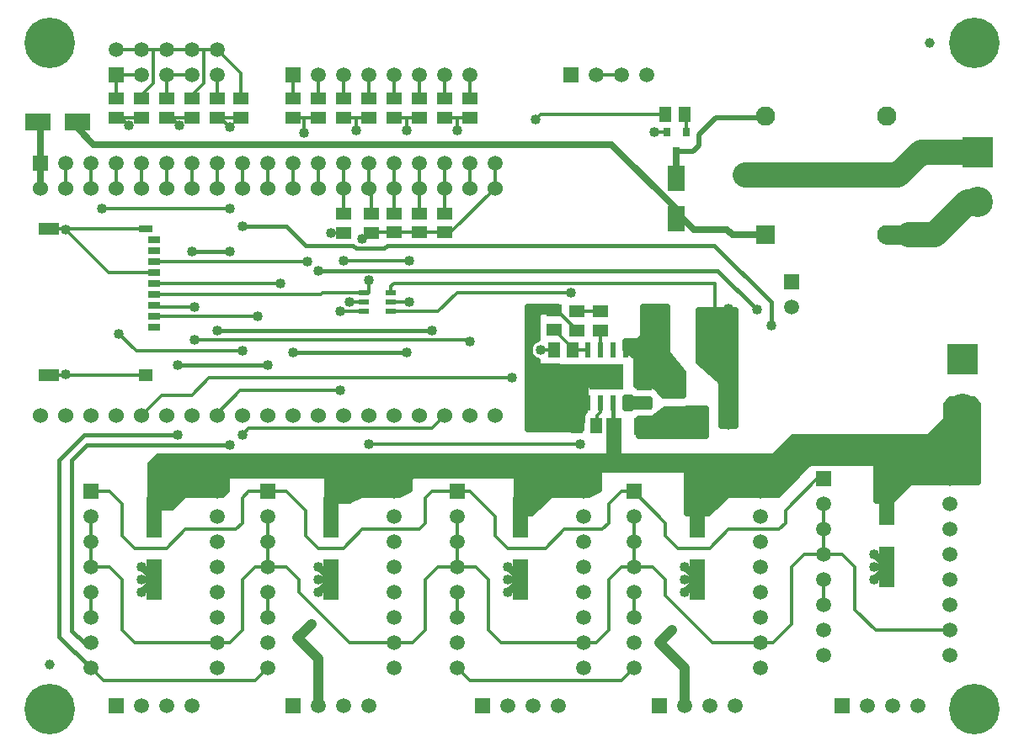
<source format=gbr>
G04 DipTrace 3.3.1.3*
G04 Top.gbr*
%MOIN*%
G04 #@! TF.FileFunction,Copper,L1,Top*
G04 #@! TF.Part,Single*
G04 #@! TA.AperFunction,Conductor*
%ADD13C,0.013*%
%ADD14C,0.016*%
%ADD15C,0.012008*%
%ADD16C,0.012*%
G04 #@! TA.AperFunction,CopperBalancing*
%ADD17C,0.025*%
G04 #@! TA.AperFunction,Conductor*
%ADD18C,0.015*%
%ADD19C,0.1*%
G04 #@! TA.AperFunction,ViaPad*
%ADD20C,0.04*%
G04 #@! TA.AperFunction,Conductor*
%ADD21C,0.014*%
%ADD22C,0.02*%
%ADD23C,0.025199*%
%ADD24C,0.076772*%
%ADD25C,0.0154*%
G04 #@! TA.AperFunction,ComponentPad*
%ADD26C,0.06*%
%ADD29R,0.062992X0.163386*%
%ADD30R,0.059055X0.051181*%
%ADD31R,0.062992X0.070866*%
%ADD33R,0.098425X0.066929*%
%ADD35R,0.066929X0.098425*%
%ADD37C,0.03937*%
G04 #@! TA.AperFunction,ComponentPad*
%ADD38R,0.059055X0.059055*%
%ADD39C,0.059055*%
%ADD40R,0.051181X0.027559*%
%ADD41R,0.07874X0.047244*%
%ADD42R,0.055118X0.047244*%
%ADD43R,0.055118X0.031496*%
G04 #@! TA.AperFunction,ComponentPad*
%ADD44C,0.076772*%
%ADD45R,0.076772X0.076772*%
%ADD46R,0.09252X0.137795*%
G04 #@! TA.AperFunction,ComponentPad*
%ADD47C,0.2*%
%ADD48R,0.031496X0.035433*%
%ADD49R,0.051181X0.059055*%
G04 #@! TA.AperFunction,ComponentPad*
%ADD50R,0.12X0.12*%
%ADD51C,0.12*%
%ADD52R,0.059X0.059*%
%ADD53C,0.059*%
%ADD55R,0.024016X0.062992*%
%ADD56R,0.138189X0.10315*%
%ADD58R,0.043307X0.023622*%
G04 #@! TA.AperFunction,ViaPad*
%ADD60C,0.03*%
%FSLAX26Y26*%
G04*
G70*
G90*
G75*
G01*
G04 Top*
%LPD*%
X693700Y1293700D2*
D13*
Y1193700D1*
Y1093700D1*
X768700D1*
X818700Y1043700D1*
Y843700D1*
X868700Y793700D1*
X1193700D1*
X1243700D1*
X1293700Y843700D1*
Y1043700D1*
X1343700Y1093700D1*
X1393700D1*
Y1193700D1*
Y1293700D1*
Y1093700D2*
X1468700D1*
X1518700Y1043700D1*
Y993700D1*
X1718700Y793700D1*
X1893700D1*
X1968700D1*
X2018700Y843700D1*
Y1043700D1*
X2068700Y1093700D1*
X2143700D1*
Y1193700D1*
Y1293700D1*
Y1093700D2*
X2218700D1*
X2268700Y1043700D1*
Y843700D1*
X2318700Y793700D1*
X2643700D1*
X2693700D1*
X2743700Y843700D1*
Y1043700D1*
X2793700Y1093700D1*
X2843700D1*
Y1193700D1*
Y1293700D1*
Y1093700D2*
X2918700D1*
X2968700Y1043700D1*
Y981200D1*
X3156200Y793700D1*
X3343700D1*
X3393700D1*
X3468700Y868700D1*
Y1093700D1*
X3518700Y1143700D1*
X3593700D1*
Y1243700D1*
Y1343700D1*
Y1143700D2*
X3668700D1*
X3718700Y1093700D1*
Y924949D1*
X3799949Y843700D1*
X4093700D1*
X2293700Y2593700D2*
Y2693700D1*
X1893700Y2418897D2*
X1993700D1*
X2093700D1*
X2118897D1*
X2293700Y2593700D1*
X943676Y2173371D2*
D15*
X1604621D1*
X1612451Y2181200D1*
X1774951D1*
X1793700D1*
Y2231200D1*
X1768700Y2393700D2*
X1781200D1*
Y2406200D1*
X1793897Y2418897D1*
X1893700D1*
X2528409Y2109254D2*
D16*
X2541409D1*
X2619409Y2031254D1*
X3843700Y1093700D2*
D17*
X3793700Y1143700D1*
X3843700Y1093700D2*
X3793700D1*
X3843700D2*
X3793700Y1043700D1*
X3093700D2*
X3043700Y1093700D1*
X3093700Y1043700D2*
X3043700D1*
X3093700D2*
X3043700Y993700D1*
X2393700Y1043700D2*
X2343700Y1093700D1*
X2393700Y1043700D2*
X2343700D1*
X2393700D2*
X2343700Y993700D1*
X1643700Y1043700D2*
X1593700Y1093700D1*
X1643700Y1043700D2*
X1593700D1*
X1643700D2*
X1593700Y993700D1*
X943700Y1043700D2*
X893700Y1093700D1*
X943700Y1043700D2*
X893700D1*
X943700D2*
X893700Y993700D1*
X993700Y2593700D2*
D13*
Y2693700D1*
X528322Y2433213D2*
D15*
X591687D1*
X593700Y2431200D1*
X1693700Y2418700D2*
X1643700D1*
X1774951Y2143798D2*
X1718798D1*
X1718700Y2143700D1*
X910212Y2433213D2*
D16*
X595713D1*
X593700Y2431200D1*
X943676Y2259985D2*
X764915D1*
X593700Y2431200D1*
X2975146Y2818700D2*
X2924949D1*
X528322Y1855260D2*
D15*
X592760D1*
X593700Y1856200D1*
X910212Y1855260D2*
D16*
X594640D1*
X593700Y1856200D1*
X793700Y3143700D2*
X893700D1*
X941259D1*
X993700D1*
X1093700D1*
X1141910D1*
X1193700D1*
X893700Y2949754D2*
Y2962450D1*
X941259Y3010009D1*
Y3143700D1*
X1093700Y2949754D2*
Y2962450D1*
X1141910Y3010660D1*
Y3143700D1*
X1287451Y2949754D2*
Y3049949D1*
X1193700Y3143700D1*
X1593700Y2949754D2*
Y3043700D1*
X1793700Y2949754D2*
Y3043700D1*
X1993700Y2949754D2*
Y3043700D1*
X2193700Y2949754D2*
Y3043700D1*
X693700Y793700D2*
D18*
X666928D1*
X618700Y841928D1*
Y1518700D1*
X678739Y1578739D1*
X1243700D1*
Y2343700D2*
X1093700D1*
Y2693700D2*
D16*
Y2593700D1*
X1393700Y693700D2*
D13*
X1343700Y643700D1*
X743700D1*
X693700Y693700D1*
X1393700Y2593700D2*
Y2693700D1*
Y1893700D2*
D18*
X1039369D1*
Y1618109D2*
X668109D1*
X568700Y1518700D1*
Y818700D1*
X693700Y693700D1*
Y893700D2*
D13*
Y993700D1*
X3284645Y2645570D2*
D19*
X3889321D1*
X3981201Y2737451D1*
X4206200D1*
X2631200Y1581200D2*
D16*
X1793700D1*
X2143700Y693700D2*
D13*
X2193700Y643700D1*
X2793700D1*
X2843700Y693700D1*
X1493700Y2593700D2*
Y2693700D1*
X1943700Y1943700D2*
D18*
X1493700D1*
X2843700Y893700D2*
D13*
Y993700D1*
X3043700Y543700D2*
D20*
Y693700D1*
X2943700Y793700D1*
X2973436Y823436D1*
X2993700Y843700D1*
X2973436Y823436D2*
D15*
X2968700Y818700D1*
X1593700Y543700D2*
D20*
Y731200D1*
X1512450Y812450D1*
X1538591Y838591D1*
X1568700Y868700D1*
X1538591Y838591D2*
D15*
X1543700Y843700D1*
X1881250Y2106397D2*
D16*
X2068897D1*
X2143700Y2181200D1*
X2593700D1*
X1293700Y2593700D2*
D13*
Y2693700D1*
X3387449Y2049949D2*
D14*
Y2143700D1*
X3162449Y2368700D1*
X1868700D1*
X1856200Y2356200D1*
X1743700D1*
X1731200Y2368700D1*
X1543700D1*
X1468700Y2443700D1*
X1293700D1*
X2093700Y2493700D2*
D13*
Y2593700D1*
Y2693700D1*
Y2874951D2*
D16*
X2143700D1*
X2193700D1*
X2143700Y2824950D2*
Y2874951D1*
X1993700Y2493700D2*
D13*
Y2593700D1*
Y2693700D1*
X1893700Y2874951D2*
D16*
X1943700D1*
X1993700D1*
X1943700Y2824950D2*
Y2874951D1*
X993700Y3043700D2*
D21*
X1093700D1*
X993700Y2949754D2*
D16*
Y3043700D1*
X1593700Y2593700D2*
D13*
Y2693700D1*
X3331200Y2112449D2*
D14*
X3174949Y2268700D1*
X1593700D1*
X1693700Y2593700D2*
D13*
Y2693700D1*
Y2493503D2*
D15*
Y2593700D1*
Y2306200D2*
X1956200D1*
Y2143798D2*
X1881250D1*
X3012451Y2632430D2*
D17*
Y2739863D1*
X3012548Y2739960D1*
D22*
X3077460D1*
X3099949Y2762449D1*
Y2806200D1*
X3168700Y2874951D1*
X3356545D1*
X3363385Y2881791D1*
X1893700Y2493700D2*
D13*
Y2593700D1*
Y2693700D1*
X1693700Y2874951D2*
D16*
X1743700D1*
X1793700D1*
X1743700Y2824950D2*
Y2874951D1*
X893700Y1693700D2*
X974949Y1774949D1*
X1093700D1*
X1162451Y1843700D1*
X2362451D1*
X2456200Y2868701D2*
X2474949Y2887451D1*
X2968700D1*
X2193700Y1987451D2*
D15*
X2188092Y1993058D1*
X1104927D1*
Y2124949D2*
X948791D1*
X943676Y2130064D1*
Y2086756D2*
X1356200D1*
X1193700Y2874951D2*
D16*
X1287451D1*
X737450Y2512450D2*
X1243700D1*
Y2837450D2*
X1206199Y2874951D1*
X1193700D1*
X943676Y2303292D2*
D15*
X1549949D1*
X793700Y2874951D2*
D16*
X893700D1*
X793700D2*
X812449D1*
X843700Y2843700D1*
X806200Y2018700D2*
X874951Y1949949D1*
X1293700D1*
X1774951Y2106397D2*
D15*
X1681200D1*
Y1793700D2*
X1285691D1*
X1193700Y1701709D1*
Y1693700D1*
X493700Y2593700D2*
D17*
Y2693700D1*
Y2857814D1*
X484898D1*
X2043700Y2031200D2*
D18*
X1193700D1*
Y2693700D2*
D16*
Y2593700D1*
X1393700Y893700D2*
D13*
Y993700D1*
X2193700Y2593700D2*
Y2693700D1*
X2143700Y893700D2*
Y993700D1*
X2476409Y1953254D2*
D16*
X2528409D1*
X1881250Y2181200D2*
Y2206250D1*
X1893700Y2218700D1*
X3163344D1*
Y2055115D1*
X642378Y2857814D2*
D17*
Y2832522D1*
X706200Y2768700D1*
X2756201D1*
X3012451Y2512451D1*
Y2474949D1*
X3363385Y2409350D2*
D23*
X3234301D1*
X3212451Y2431200D1*
X3081200D1*
X3037451Y2474949D1*
X3012451D1*
X1193700Y2949754D2*
D16*
Y3043700D1*
X1793700Y2593700D2*
D13*
Y2693700D1*
X1806200Y2493503D2*
D16*
Y2593700D1*
X1793700D1*
X1493700Y2874951D2*
X1543397D1*
X1593700D1*
X1537450Y2812450D2*
Y2869003D1*
X1543397Y2874951D1*
X1693700Y2949754D2*
Y3043700D1*
X3049949Y2818700D2*
D15*
Y2881004D1*
X3043503Y2887451D1*
X1893700Y2949754D2*
D16*
Y3043700D1*
X2693700D2*
X2793700D1*
X993700Y2874951D2*
X1093700D1*
X993700D2*
X1012449D1*
X1043700Y2843700D1*
X1293700Y1618700D2*
X1318700Y1643700D1*
X2043700D1*
X2093700Y1693700D1*
X793700Y3043700D2*
D21*
X893700D1*
X793700Y2949754D2*
D16*
Y3043700D1*
X3593700Y943700D2*
D13*
Y1043700D1*
X943676Y2216678D2*
D15*
X1443700D1*
X793700Y2593700D2*
D13*
Y2693700D1*
X693700Y2593700D2*
Y2693700D1*
X593700Y2593700D2*
Y2693700D1*
X2710409Y2031254D2*
D16*
Y1955497D1*
X2710039Y1955127D1*
X2619409Y2106057D2*
X2710409D1*
X1493700Y2949754D2*
Y3043700D1*
X3843700Y2409350D2*
D24*
X3932086D1*
D19*
X4034350D1*
X4165600Y2540600D1*
X4206200D1*
X2093700Y2949754D2*
D16*
Y3043700D1*
X2710039Y1742528D2*
Y1705884D1*
X2697409Y1693254D1*
Y1657451D1*
X2694212Y1654254D1*
X2660039Y1955127D2*
X2605085D1*
X2603212Y1953254D1*
Y1959648D1*
X2528409Y2034451D1*
X3593700Y1443700D2*
X3568700D1*
X3443700Y1318700D1*
Y1268700D1*
X3418700Y1243700D1*
X3218700D1*
X3143700Y1168700D1*
X3018700D1*
X2968700Y1218700D1*
Y1268700D1*
X2843700Y1393700D1*
X2793700D1*
X2743700Y1343700D1*
Y1268700D1*
X2718700Y1243700D1*
X2568700D1*
X2493700Y1168700D1*
X2343700D1*
X2293700Y1218700D1*
Y1293700D1*
X2193700Y1393700D1*
X2143700D1*
X2043700D1*
X2018700Y1368700D1*
Y1268700D1*
X1993700Y1243700D1*
X1768700D1*
X1693700Y1168700D1*
X1593700D1*
X1543700Y1218700D1*
Y1318700D1*
X1468700Y1393700D1*
X1393700D1*
X1318700D1*
X1293700Y1368700D1*
Y1268700D1*
X1268700Y1243700D1*
X1068700D1*
X993700Y1168700D1*
X868700D1*
X818700Y1218700D1*
Y1343700D1*
X768700Y1393700D1*
X693700D1*
X893700Y2593700D2*
D13*
Y2693700D1*
X2760039Y1742528D2*
D25*
Y1655625D1*
X2765214Y1650449D1*
D26*
Y1511810D1*
X3093700D1*
Y1291731D1*
D20*
X1793700Y2231200D3*
X1768700Y2393700D3*
X1243700Y1578739D3*
Y2343700D3*
X1093700D3*
X1393700Y1893700D3*
X1039369D3*
Y1618109D3*
X2631200Y1581200D3*
X1793700D3*
X1943700Y1943700D3*
X1493700D3*
X2943700Y793700D3*
X1512450Y812450D3*
X2593700Y2181200D3*
X3387449Y2049949D3*
X1293700Y2443700D3*
X2143700Y2824950D3*
X1943700D3*
X3331200Y2112449D3*
X1593700Y2268700D3*
X1693700Y2306200D3*
X1956200D3*
Y2143798D3*
X1743700Y2824950D3*
X2362451Y1843700D3*
X2456200Y2868701D3*
X2193700Y1987451D3*
X1104927Y1993058D3*
Y2124949D3*
X1356200Y2086756D3*
X737450Y2512450D3*
X1243700D3*
Y2837450D3*
X1549949Y2303292D3*
X843700Y2843700D3*
X806200Y2018700D3*
X1293700Y1949949D3*
X1681200Y2106397D3*
Y1793700D3*
X2043700Y2031200D3*
X1193700D3*
X1537450Y2812450D3*
X1043700Y2843700D3*
X1293700Y1618700D3*
X1443700Y2216678D3*
X1568700Y868700D3*
X2993700Y843700D3*
D60*
X2775409Y1875254D3*
Y1849254D3*
Y1823254D3*
X2736409Y1875254D3*
Y1849254D3*
Y1823254D3*
X2697409Y1875254D3*
Y1849254D3*
Y1823254D3*
X3126700Y1627700D3*
X3087700D3*
D20*
X2476409Y1953254D3*
X3218700Y2068700D3*
Y1656200D3*
X1593700Y1093700D3*
Y1043700D3*
Y993700D3*
X893700Y1093700D3*
Y1043700D3*
Y993700D3*
X2343700Y1093700D3*
Y1043700D3*
Y993700D3*
X3043700Y1093700D3*
Y1043700D3*
Y993700D3*
X3793700Y1143700D3*
Y1093700D3*
Y1043700D3*
X3218700Y2118700D3*
X593700Y2431200D3*
Y1856200D3*
X2924949Y2818700D3*
X1643700Y2418700D3*
X1718700Y2143700D3*
X1543700Y843700D3*
X2968700Y818700D3*
X3102666Y2084331D2*
D17*
X3241705D1*
X3102629Y2059462D2*
X3241705D1*
X3102594Y2034594D2*
X3241705D1*
X3102558Y2009725D2*
X3241705D1*
X3102522Y1984856D2*
X3241705D1*
X3102522Y1959987D2*
X3241705D1*
X3102486Y1935119D2*
X3241705D1*
X3102451Y1910250D2*
X3241705D1*
X3126923Y1885381D2*
X3241705D1*
X3156098Y1860512D2*
X3241705D1*
X3185271Y1835644D2*
X3241705D1*
X3193704Y1810775D2*
X3241705D1*
X3193704Y1785906D2*
X3241705D1*
X3193704Y1761037D2*
X3241705D1*
X3193704Y1736169D2*
X3241705D1*
X3193704Y1711300D2*
X3241705D1*
X3193704Y1686431D2*
X3241705D1*
X3193704Y1661562D2*
X3241705D1*
X3244176Y2109200D2*
X3100209D1*
X3099939Y1906200D1*
X3188196Y1830829D1*
X3189831Y1828388D1*
X3190851Y1825632D1*
X3191200Y1822710D1*
Y1653218D1*
X3244188Y1653200D1*
X3244200Y2109169D1*
X2883699Y2100071D2*
X2972428D1*
X2883699Y2075203D2*
X2972428D1*
X2883699Y2050334D2*
X2972428D1*
X2883699Y2025465D2*
X2972428D1*
X2877024Y2000596D2*
X2972428D1*
X2814981Y1975728D2*
X2972428D1*
X2822696Y1950859D2*
X2972428D1*
X2857539Y1925990D2*
X2983444D1*
X2858724Y1901121D2*
X3004150D1*
X2858724Y1876252D2*
X3024890D1*
X2858724Y1851384D2*
X3034939D1*
X2858724Y1826515D2*
X3034939D1*
X2937201Y1801646D2*
X3034939D1*
X2962070Y1776777D2*
X3034939D1*
X2974943Y1943746D2*
Y2124961D1*
X2881190Y2124940D1*
X2881052Y2010498D1*
X2880254Y2007670D1*
X2878818Y2005106D1*
X2872545Y1998615D1*
X2863554Y1989842D1*
X2860990Y1988406D1*
X2858162Y1987608D1*
X2847020Y1987455D1*
X2812464D1*
X2812462Y1956427D1*
X2852476Y1927623D1*
X2854313Y1925330D1*
X2855565Y1922671D1*
X2856161Y1919794D1*
X2856208Y1812460D1*
X2920655Y1812322D1*
X2923483Y1811524D1*
X2926048Y1810088D1*
X2934035Y1802318D1*
X2961369Y1774983D1*
X3037402Y1774980D1*
X3037436Y1864199D1*
X2976707Y1937309D1*
X2975508Y1939993D1*
X2974970Y1942885D1*
X2944936Y1694331D2*
X3124704D1*
X2868718Y1669462D2*
X3124704D1*
X2868718Y1644594D2*
X3124704D1*
X2868718Y1619725D2*
X3124704D1*
X2942436Y1697623D2*
Y1689360D1*
X2932784D1*
X2925401Y1683184D1*
X2922751Y1681911D1*
X2919880Y1681292D1*
X2866192Y1680398D1*
X2866200Y1614221D1*
X3127174Y1614200D1*
X3127200Y1719149D1*
X2967095Y1718745D1*
X2942436Y1697619D1*
X2426427Y2097885D2*
X2460720D1*
X2426427Y2073016D2*
X2460002D1*
X2426427Y2048148D2*
X2460002D1*
X2426427Y2023279D2*
X2460002D1*
X2426427Y1998410D2*
X2460002D1*
X2426427Y1923804D2*
X2437953D1*
X2426427Y1898935D2*
X2460039D1*
X2426427Y1874066D2*
X2784969D1*
X2426427Y1849197D2*
X2784969D1*
X2426427Y1824329D2*
X2784969D1*
X2426427Y1799460D2*
X2647461D1*
X2426427Y1774591D2*
X2647461D1*
X2426427Y1749722D2*
X2647461D1*
X2426427Y1724854D2*
X2647461D1*
X2426427Y1699985D2*
X2639638D1*
X2426427Y1675116D2*
X2633969D1*
X2426427Y1650247D2*
X2632066D1*
X2642121Y1699742D2*
Y1710281D1*
X2647397D1*
X2649977Y1721671D1*
X2650130Y1808180D1*
X2650928Y1811008D1*
X2652364Y1813573D1*
X2654359Y1815730D1*
X2656802Y1817363D1*
X2659558Y1818380D1*
X2662477Y1818725D1*
X2787461D1*
X2787462Y1881474D1*
X2473041Y1887619D1*
X2470213Y1888417D1*
X2467649Y1889852D1*
X2465491Y1891847D1*
X2463859Y1894291D1*
X2462842Y1897046D1*
X2462497Y1899965D1*
Y1908901D1*
X2455298Y1911822D1*
X2449077Y1915634D1*
X2443528Y1920373D1*
X2438789Y1925922D1*
X2434977Y1932144D1*
X2432184Y1938885D1*
X2430481Y1945980D1*
X2429909Y1953254D1*
X2430481Y1960528D1*
X2432184Y1967623D1*
X2434977Y1974364D1*
X2438789Y1980586D1*
X2443528Y1986134D1*
X2449077Y1990873D1*
X2455298Y1994686D1*
X2462493Y1997606D1*
X2462650Y2095650D1*
X2463448Y2098478D1*
X2464884Y2101043D1*
X2466878Y2103200D1*
X2469322Y2104833D1*
X2472078Y2105850D1*
X2474997Y2106195D1*
X2543141D1*
X2542448Y2122721D1*
X2423898Y2122754D1*
X2423909Y1640734D1*
X2633855Y1640754D1*
X2637801Y1690313D1*
X2638797Y1693078D1*
X2642120Y1699721D1*
X2814981Y1737609D2*
X2903710D1*
X2832255Y1762478D2*
X2812447D1*
X2812462Y1724991D1*
X2832369Y1725073D1*
X2836360Y1728847D1*
X2838924Y1730283D1*
X2841752Y1731081D1*
X2851207Y1731234D1*
X2906193D1*
X2906200Y1756233D1*
X2841752Y1756382D1*
X2838924Y1757180D1*
X2836360Y1758616D1*
X2832276Y1762482D1*
X4083704Y1731331D2*
X4203688D1*
X4083704Y1706462D2*
X4203688D1*
X4083704Y1681594D2*
X4203688D1*
X4064578Y1656725D2*
X4203688D1*
X4039961Y1631856D2*
X4203688D1*
X3992127Y1606987D2*
X4203688D1*
X3452285Y1582119D2*
X4203688D1*
X3427418Y1557250D2*
X4203688D1*
X3402550Y1532381D2*
X4203688D1*
X940178Y1507512D2*
X4203688D1*
X933718Y1482644D2*
X3512451D1*
X3808687D2*
X4203688D1*
X933718Y1457775D2*
X2703693D1*
X3058708D2*
X3487583D1*
X3808687D2*
X4203688D1*
X933718Y1432906D2*
X1228709D1*
X1633710D2*
X1953714D1*
X2383691D2*
X2703693D1*
X3058708D2*
X3462716D1*
X3808687D2*
X4203688D1*
X933718Y1408037D2*
X1228709D1*
X1633710D2*
X1953714D1*
X2383691D2*
X2703693D1*
X3058708D2*
X3437848D1*
X3808687D2*
X3912847D1*
X933718Y1383169D2*
X1212993D1*
X1633710D2*
X1917184D1*
X2383691D2*
X2667199D1*
X3058708D2*
X3412980D1*
X3808687D2*
X3887980D1*
X933718Y1358300D2*
X1038129D1*
X1633710D2*
X1717452D1*
X2383691D2*
X2488137D1*
X3058708D2*
X3188130D1*
X3808687D2*
X3863111D1*
X933718Y1333431D2*
X1013262D1*
X2383691D2*
X2463270D1*
X3058708D2*
X3163262D1*
X2383691Y1308562D2*
X2438402D1*
X3058708D2*
X3138394D1*
X4206200Y1718735D2*
Y1738497D1*
X4188544Y1756179D1*
X4098881Y1756200D1*
X4081221Y1738544D1*
X4081056Y1679308D1*
X4080273Y1676476D1*
X4078851Y1673905D1*
X4071121Y1665877D1*
X4015008Y1609413D1*
X4012447Y1607973D1*
X4009620Y1607171D1*
X3998478Y1607001D1*
X3473873Y1606208D1*
X3401048Y1533587D1*
X3398483Y1532151D1*
X3395655Y1531354D1*
X3384514Y1531200D1*
X961381D1*
X931207Y1501029D1*
X931200Y1331193D1*
X1013519Y1331200D1*
X1061352Y1378813D1*
X1063917Y1380249D1*
X1066745Y1381046D1*
X1077886Y1381200D1*
X1213497D1*
X1231179Y1398856D1*
X1231354Y1445655D1*
X1232151Y1448483D1*
X1233587Y1451048D1*
X1235582Y1453205D1*
X1238025Y1454838D1*
X1240781Y1455855D1*
X1243700Y1456200D1*
X1620655Y1456046D1*
X1623483Y1455249D1*
X1626048Y1453813D1*
X1628205Y1451818D1*
X1629838Y1449375D1*
X1630855Y1446619D1*
X1631200Y1443700D1*
Y1356179D1*
X1715745Y1356200D1*
X1764838Y1380588D1*
X1767720Y1381162D1*
X1915741Y1381200D1*
X1956214Y1401432D1*
X1956354Y1445655D1*
X1957151Y1448483D1*
X1958587Y1451048D1*
X1960582Y1453205D1*
X1963025Y1454838D1*
X1965781Y1455855D1*
X1968700Y1456200D1*
X2370655Y1456046D1*
X2373483Y1455249D1*
X2376048Y1453813D1*
X2378205Y1451818D1*
X2379838Y1449375D1*
X2380855Y1446619D1*
X2381200Y1443700D1*
Y1306228D1*
X2438495Y1306200D1*
X2511352Y1378813D1*
X2513917Y1380249D1*
X2516745Y1381046D1*
X2527886Y1381200D1*
X2665741D1*
X2706214Y1401432D1*
X2706354Y1470655D1*
X2707151Y1473483D1*
X2708587Y1476048D1*
X2710582Y1478205D1*
X2713025Y1479838D1*
X2715781Y1480855D1*
X2718700Y1481200D1*
X3045655Y1481046D1*
X3048483Y1480249D1*
X3051048Y1478813D1*
X3053205Y1476818D1*
X3054838Y1474375D1*
X3055855Y1471619D1*
X3056200Y1468700D1*
Y1306180D1*
X3138519Y1306200D1*
X3211352Y1378813D1*
X3213917Y1380249D1*
X3216745Y1381046D1*
X3227886Y1381200D1*
X3413523D1*
X3536352Y1503813D1*
X3538917Y1505249D1*
X3541745Y1506046D1*
X3552886Y1506200D1*
X3795655Y1506046D1*
X3798483Y1505249D1*
X3801048Y1503813D1*
X3803205Y1501818D1*
X3804838Y1499375D1*
X3805855Y1496619D1*
X3806200Y1493700D1*
Y1356228D1*
X3863495Y1356200D1*
X3936352Y1428813D1*
X3938917Y1430249D1*
X3941745Y1431046D1*
X3952886Y1431200D1*
X4206193D1*
X4206200Y1718704D1*
D29*
X943700Y1043700D3*
Y1291731D3*
X1643700Y1043700D3*
Y1291731D3*
X2393700Y1043700D3*
Y1291731D3*
D30*
X2886409Y1816254D3*
Y1741451D3*
D29*
X3093700Y1043700D3*
Y1291731D3*
D31*
X2875451Y1650449D3*
X2765214D3*
X3106200Y1693700D3*
X3216436D3*
D30*
X2710409Y2031254D3*
Y2106057D3*
D29*
X3843700Y1093700D3*
Y1341731D3*
D33*
X484898Y2857814D3*
X642378D3*
D35*
X3012451Y2474949D3*
Y2632430D3*
X3003409Y1830218D3*
Y1672738D3*
D37*
X531495Y708661D3*
X4015747Y3169291D3*
D38*
X1493700Y3043700D3*
D39*
X1593700D3*
X1693700D3*
X1793700D3*
X1893700D3*
X1993700D3*
X2093700D3*
X2193700D3*
D38*
X793700Y543700D3*
D39*
X893700D3*
X993700D3*
X1093700D3*
D38*
X793700Y3043700D3*
D39*
Y3143700D3*
X893700Y3043700D3*
Y3143700D3*
X993700Y3043700D3*
Y3143700D3*
X1093700Y3043700D3*
Y3143700D3*
X1193700Y3043700D3*
Y3143700D3*
D38*
X1493700Y543700D3*
D39*
X1593700D3*
X1693700D3*
X1793700D3*
D38*
X493700Y2693700D3*
D39*
X593700D3*
X693700D3*
X793700D3*
X893700D3*
X993700D3*
X1093700D3*
X1193700D3*
X1293700D3*
X1393700D3*
X1493700D3*
X1593700D3*
X1693700D3*
X1793700D3*
X1893700D3*
X1993700D3*
X2093700D3*
X2193700D3*
X2293700D3*
D38*
X2243700Y543700D3*
D39*
X2343700D3*
X2443700D3*
X2543700D3*
D38*
X2943700D3*
D39*
X3043700D3*
X3143700D3*
X3243700D3*
D38*
X3468700Y2224951D3*
D39*
Y2124951D3*
D38*
X3668700Y543700D3*
D39*
X3768700D3*
X3868700D3*
X3968700D3*
D40*
X943676Y2043449D3*
Y2086756D3*
Y2130064D3*
Y2173371D3*
Y2216678D3*
Y2259985D3*
Y2303292D3*
Y2346599D3*
Y2389906D3*
D41*
X528322Y1855260D3*
D42*
X910212D3*
D43*
Y2433213D3*
D41*
X528322D3*
D38*
X2593700Y3043700D3*
D39*
X2693700D3*
X2793700D3*
X2893700D3*
D44*
X3284645Y2645570D3*
D45*
X3363385Y2409350D3*
D44*
Y2881791D3*
X3843700Y2409350D3*
Y2881791D3*
D46*
X2925155Y2055115D3*
X3163344D3*
D47*
X531495Y531495D3*
X4192913D3*
X531495Y3169291D3*
X4192913D3*
D48*
X3049949Y2818700D3*
X2975146D3*
X3012548Y2739960D3*
D30*
X1893700Y2493700D3*
Y2418897D3*
X1993700Y2493700D3*
Y2418897D3*
X2093700Y2493700D3*
Y2418897D3*
X1806200Y2493503D3*
Y2418700D3*
D49*
X2968700Y2887451D3*
X3043503D3*
X2528409Y1953254D3*
X2603212D3*
D30*
X2528409Y2109254D3*
Y2034451D3*
D49*
X2619409Y1654254D3*
X2694212D3*
D30*
X2619409Y2031254D3*
Y2106057D3*
X1693700Y2418700D3*
Y2493503D3*
D50*
X4206200Y2737451D3*
D51*
Y2540600D3*
D50*
X4143700Y1918700D3*
D51*
Y1721850D3*
D26*
X493700Y2593700D3*
X593700D3*
X693700D3*
X793700D3*
X893700D3*
X993700D3*
X1093700D3*
X1193700D3*
X1293700D3*
X1393700D3*
X1493700D3*
X1593700D3*
X1693700D3*
X1793700D3*
X1893700D3*
X1993700D3*
X2093700D3*
X2193700D3*
X2293700D3*
X493700Y1693700D3*
X593700D3*
X693700D3*
X793700D3*
X893700D3*
X993700D3*
X1093700D3*
X1193700D3*
X1293700D3*
X1393700D3*
X1493700D3*
X1593700D3*
X1693700D3*
X1793700D3*
X1893700D3*
X1993700D3*
X2093700D3*
X2193700D3*
X2293700D3*
D52*
X693700Y1393700D3*
D53*
Y1293700D3*
Y1193700D3*
Y1093700D3*
Y993700D3*
Y893700D3*
Y793700D3*
Y693700D3*
X1193700D3*
Y793700D3*
Y893700D3*
Y993700D3*
Y1093700D3*
Y1193700D3*
Y1293700D3*
Y1393700D3*
D52*
X1393700D3*
D53*
Y1293700D3*
Y1193700D3*
Y1093700D3*
Y993700D3*
Y893700D3*
Y793700D3*
Y693700D3*
X1893700D3*
Y793700D3*
Y893700D3*
Y993700D3*
Y1093700D3*
Y1193700D3*
Y1293700D3*
Y1393700D3*
D52*
X2143700D3*
D53*
Y1293700D3*
Y1193700D3*
Y1093700D3*
Y993700D3*
Y893700D3*
Y793700D3*
Y693700D3*
X2643700D3*
Y793700D3*
Y893700D3*
Y993700D3*
Y1093700D3*
Y1193700D3*
Y1293700D3*
Y1393700D3*
D52*
X2843700D3*
D53*
Y1293700D3*
Y1193700D3*
Y1093700D3*
Y993700D3*
Y893700D3*
Y793700D3*
Y693700D3*
X3343700D3*
Y793700D3*
Y893700D3*
Y993700D3*
Y1093700D3*
Y1193700D3*
Y1293700D3*
Y1393700D3*
D55*
X2810039Y1955127D3*
X2760039D3*
X2710039D3*
X2660039D3*
Y1742528D3*
X2710039D3*
X2760039D3*
X2810039D3*
D56*
X2735039Y1848827D3*
D52*
X3593700Y1443700D3*
D53*
Y1343700D3*
Y1243700D3*
Y1143700D3*
Y1043700D3*
Y943700D3*
Y843700D3*
Y743700D3*
X4093700D3*
Y843700D3*
Y943700D3*
Y1043700D3*
Y1143700D3*
Y1243700D3*
Y1343700D3*
Y1443700D3*
D58*
X1774951Y2181200D3*
Y2143798D3*
Y2106397D3*
X1881250D3*
Y2143798D3*
Y2181200D3*
D30*
X893700Y2874951D3*
Y2949754D3*
X1093700Y2874951D3*
Y2949754D3*
X1287451Y2874951D3*
Y2949754D3*
X1493700D3*
Y2874951D3*
X1693700Y2949754D3*
Y2874951D3*
X793700Y2949754D3*
Y2874951D3*
X993700Y2949754D3*
Y2874951D3*
X1193700Y2949754D3*
Y2874951D3*
X1893700Y2949754D3*
Y2874951D3*
X2093700Y2949754D3*
Y2874951D3*
X1593700D3*
Y2949754D3*
X1793700Y2874951D3*
Y2949754D3*
X1993700Y2874951D3*
Y2949754D3*
X2193700Y2874951D3*
Y2949754D3*
M02*

</source>
